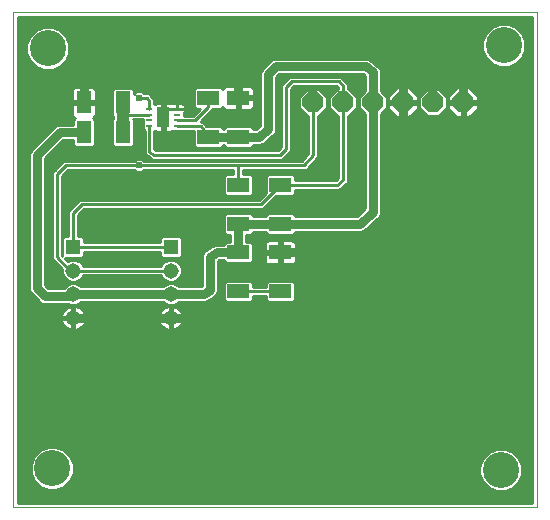
<source format=gtl>
G75*
%MOIN*%
%OFA0B0*%
%FSLAX25Y25*%
%IPPOS*%
%LPD*%
%AMOC8*
5,1,8,0,0,1.08239X$1,22.5*
%
%ADD10C,0.00100*%
%ADD11R,0.02165X0.00984*%
%ADD12R,0.03937X0.06693*%
%ADD13OC8,0.07000*%
%ADD14R,0.07500X0.05000*%
%ADD15R,0.05000X0.07500*%
%ADD16R,0.05150X0.05150*%
%ADD17C,0.05150*%
%ADD18C,0.12000*%
%ADD19C,0.01000*%
%ADD20C,0.03000*%
%ADD21C,0.01200*%
%ADD22OC8,0.02400*%
%ADD23C,0.02400*%
%ADD24C,0.04000*%
D10*
X0001500Y0003000D02*
X0176000Y0003000D01*
X0176000Y0168000D01*
X0001500Y0168000D01*
X0001500Y0003000D01*
D11*
X0046874Y0130047D03*
X0046874Y0132016D03*
X0046874Y0133984D03*
X0046874Y0135953D03*
X0056126Y0135953D03*
X0056126Y0133984D03*
X0056126Y0132016D03*
X0056126Y0130047D03*
D12*
X0051500Y0133000D03*
D13*
X0101500Y0138000D03*
X0111500Y0138000D03*
X0121500Y0138000D03*
X0131500Y0138000D03*
X0141500Y0138000D03*
X0151500Y0138000D03*
D14*
X0090500Y0110500D03*
X0090500Y0097500D03*
X0090500Y0088000D03*
X0090500Y0075000D03*
X0076500Y0075000D03*
X0076500Y0088000D03*
X0076500Y0097500D03*
X0076500Y0110500D03*
X0076500Y0126500D03*
X0066500Y0126500D03*
X0066500Y0139500D03*
X0076500Y0139500D03*
D15*
X0038000Y0138000D03*
X0038000Y0128000D03*
X0025000Y0128000D03*
X0025000Y0138000D03*
D16*
X0021500Y0089811D03*
X0054000Y0089811D03*
D17*
X0054000Y0081937D03*
X0054000Y0074063D03*
X0054000Y0066189D03*
X0021500Y0066189D03*
X0021500Y0074063D03*
X0021500Y0081937D03*
D18*
X0014500Y0016000D03*
X0013000Y0156000D03*
X0165000Y0157000D03*
X0164000Y0015500D03*
D19*
X0161071Y0021972D02*
X0018569Y0021972D01*
X0018522Y0022019D02*
X0015912Y0023100D01*
X0013088Y0023100D01*
X0010478Y0022019D01*
X0008481Y0020022D01*
X0007400Y0017412D01*
X0007400Y0014588D01*
X0008481Y0011978D01*
X0010478Y0009981D01*
X0013088Y0008900D01*
X0015912Y0008900D01*
X0018522Y0009981D01*
X0020519Y0011978D01*
X0021600Y0014588D01*
X0021600Y0017412D01*
X0020519Y0020022D01*
X0018522Y0022019D01*
X0019568Y0020973D02*
X0159432Y0020973D01*
X0159978Y0021519D02*
X0157981Y0019522D01*
X0156900Y0016912D01*
X0156900Y0014088D01*
X0157981Y0011478D01*
X0159978Y0009481D01*
X0162588Y0008400D01*
X0165412Y0008400D01*
X0168022Y0009481D01*
X0170019Y0011478D01*
X0171100Y0014088D01*
X0171100Y0016912D01*
X0170019Y0019522D01*
X0168022Y0021519D01*
X0165412Y0022600D01*
X0162588Y0022600D01*
X0159978Y0021519D01*
X0158434Y0019975D02*
X0020539Y0019975D01*
X0020952Y0018976D02*
X0157755Y0018976D01*
X0157341Y0017978D02*
X0021366Y0017978D01*
X0021600Y0016979D02*
X0156928Y0016979D01*
X0156900Y0015981D02*
X0021600Y0015981D01*
X0021600Y0014982D02*
X0156900Y0014982D01*
X0156943Y0013984D02*
X0021350Y0013984D01*
X0020936Y0012985D02*
X0157357Y0012985D01*
X0157770Y0011987D02*
X0020523Y0011987D01*
X0019529Y0010988D02*
X0158471Y0010988D01*
X0159469Y0009990D02*
X0018530Y0009990D01*
X0016132Y0008991D02*
X0161161Y0008991D01*
X0166839Y0008991D02*
X0174450Y0008991D01*
X0174450Y0007993D02*
X0003050Y0007993D01*
X0003050Y0008991D02*
X0012868Y0008991D01*
X0010469Y0009990D02*
X0003050Y0009990D01*
X0003050Y0010988D02*
X0009471Y0010988D01*
X0008477Y0011987D02*
X0003050Y0011987D01*
X0003050Y0012985D02*
X0008064Y0012985D01*
X0007650Y0013984D02*
X0003050Y0013984D01*
X0003050Y0014982D02*
X0007400Y0014982D01*
X0007400Y0015981D02*
X0003050Y0015981D01*
X0003050Y0016979D02*
X0007400Y0016979D01*
X0007634Y0017978D02*
X0003050Y0017978D01*
X0003050Y0018976D02*
X0008048Y0018976D01*
X0008461Y0019975D02*
X0003050Y0019975D01*
X0003050Y0020973D02*
X0009432Y0020973D01*
X0010431Y0021972D02*
X0003050Y0021972D01*
X0003050Y0022970D02*
X0012774Y0022970D01*
X0016226Y0022970D02*
X0174450Y0022970D01*
X0174450Y0021972D02*
X0166929Y0021972D01*
X0168568Y0020973D02*
X0174450Y0020973D01*
X0174450Y0019975D02*
X0169566Y0019975D01*
X0170245Y0018976D02*
X0174450Y0018976D01*
X0174450Y0017978D02*
X0170659Y0017978D01*
X0171072Y0016979D02*
X0174450Y0016979D01*
X0174450Y0015981D02*
X0171100Y0015981D01*
X0171100Y0014982D02*
X0174450Y0014982D01*
X0174450Y0013984D02*
X0171057Y0013984D01*
X0170643Y0012985D02*
X0174450Y0012985D01*
X0174450Y0011987D02*
X0170230Y0011987D01*
X0169529Y0010988D02*
X0174450Y0010988D01*
X0174450Y0009990D02*
X0168530Y0009990D01*
X0174450Y0006994D02*
X0003050Y0006994D01*
X0003050Y0005996D02*
X0174450Y0005996D01*
X0174450Y0004997D02*
X0003050Y0004997D01*
X0003050Y0004550D02*
X0003050Y0166450D01*
X0174450Y0166450D01*
X0174450Y0004550D01*
X0003050Y0004550D01*
X0003050Y0023969D02*
X0174450Y0023969D01*
X0174450Y0024967D02*
X0003050Y0024967D01*
X0003050Y0025966D02*
X0174450Y0025966D01*
X0174450Y0026964D02*
X0003050Y0026964D01*
X0003050Y0027963D02*
X0174450Y0027963D01*
X0174450Y0028961D02*
X0003050Y0028961D01*
X0003050Y0029960D02*
X0174450Y0029960D01*
X0174450Y0030958D02*
X0003050Y0030958D01*
X0003050Y0031957D02*
X0174450Y0031957D01*
X0174450Y0032955D02*
X0003050Y0032955D01*
X0003050Y0033954D02*
X0174450Y0033954D01*
X0174450Y0034952D02*
X0003050Y0034952D01*
X0003050Y0035951D02*
X0174450Y0035951D01*
X0174450Y0036949D02*
X0003050Y0036949D01*
X0003050Y0037948D02*
X0174450Y0037948D01*
X0174450Y0038946D02*
X0003050Y0038946D01*
X0003050Y0039945D02*
X0174450Y0039945D01*
X0174450Y0040943D02*
X0003050Y0040943D01*
X0003050Y0041942D02*
X0174450Y0041942D01*
X0174450Y0042940D02*
X0003050Y0042940D01*
X0003050Y0043939D02*
X0174450Y0043939D01*
X0174450Y0044937D02*
X0003050Y0044937D01*
X0003050Y0045936D02*
X0174450Y0045936D01*
X0174450Y0046934D02*
X0003050Y0046934D01*
X0003050Y0047933D02*
X0174450Y0047933D01*
X0174450Y0048932D02*
X0003050Y0048932D01*
X0003050Y0049930D02*
X0174450Y0049930D01*
X0174450Y0050929D02*
X0003050Y0050929D01*
X0003050Y0051927D02*
X0174450Y0051927D01*
X0174450Y0052926D02*
X0003050Y0052926D01*
X0003050Y0053924D02*
X0174450Y0053924D01*
X0174450Y0054923D02*
X0003050Y0054923D01*
X0003050Y0055921D02*
X0174450Y0055921D01*
X0174450Y0056920D02*
X0003050Y0056920D01*
X0003050Y0057918D02*
X0174450Y0057918D01*
X0174450Y0058917D02*
X0003050Y0058917D01*
X0003050Y0059915D02*
X0174450Y0059915D01*
X0174450Y0060914D02*
X0003050Y0060914D01*
X0003050Y0061912D02*
X0174450Y0061912D01*
X0174450Y0062911D02*
X0056420Y0062911D01*
X0056655Y0063081D02*
X0056136Y0062704D01*
X0055564Y0062413D01*
X0054954Y0062215D01*
X0054321Y0062114D01*
X0054287Y0062114D01*
X0054287Y0065901D01*
X0053713Y0065901D01*
X0053713Y0062114D01*
X0053679Y0062114D01*
X0053046Y0062215D01*
X0052436Y0062413D01*
X0051864Y0062704D01*
X0051345Y0063081D01*
X0050892Y0063534D01*
X0050515Y0064053D01*
X0050224Y0064625D01*
X0050026Y0065235D01*
X0049925Y0065868D01*
X0049925Y0065902D01*
X0053713Y0065902D01*
X0053713Y0066476D01*
X0049925Y0066476D01*
X0049925Y0066510D01*
X0050026Y0067143D01*
X0050224Y0067753D01*
X0050515Y0068325D01*
X0050892Y0068844D01*
X0051345Y0069297D01*
X0051864Y0069674D01*
X0052436Y0069965D01*
X0053046Y0070163D01*
X0053679Y0070264D01*
X0053713Y0070264D01*
X0053713Y0066476D01*
X0054287Y0066476D01*
X0054287Y0070264D01*
X0054321Y0070264D01*
X0054954Y0070163D01*
X0055564Y0069965D01*
X0056136Y0069674D01*
X0056655Y0069297D01*
X0057108Y0068844D01*
X0057485Y0068325D01*
X0057776Y0067753D01*
X0057974Y0067143D01*
X0058075Y0066510D01*
X0058075Y0066476D01*
X0054287Y0066476D01*
X0054287Y0065902D01*
X0058075Y0065902D01*
X0058075Y0065868D01*
X0057974Y0065235D01*
X0057776Y0064625D01*
X0057485Y0064053D01*
X0057108Y0063534D01*
X0056655Y0063081D01*
X0057380Y0063909D02*
X0174450Y0063909D01*
X0174450Y0064908D02*
X0057868Y0064908D01*
X0058012Y0066905D02*
X0174450Y0066905D01*
X0174450Y0067903D02*
X0057700Y0067903D01*
X0057050Y0068902D02*
X0174450Y0068902D01*
X0174450Y0069900D02*
X0055692Y0069900D01*
X0055964Y0070899D02*
X0174450Y0070899D01*
X0174450Y0071897D02*
X0095203Y0071897D01*
X0095350Y0072044D02*
X0095350Y0077956D01*
X0094706Y0078600D01*
X0086294Y0078600D01*
X0085650Y0077956D01*
X0085650Y0076600D01*
X0081350Y0076600D01*
X0081350Y0077956D01*
X0080706Y0078600D01*
X0072294Y0078600D01*
X0071650Y0077956D01*
X0071650Y0072044D01*
X0072294Y0071400D01*
X0080706Y0071400D01*
X0081350Y0072044D01*
X0081350Y0073400D01*
X0085650Y0073400D01*
X0085650Y0072044D01*
X0086294Y0071400D01*
X0094706Y0071400D01*
X0095350Y0072044D01*
X0095350Y0072896D02*
X0174450Y0072896D01*
X0174450Y0073894D02*
X0095350Y0073894D01*
X0095350Y0074893D02*
X0174450Y0074893D01*
X0174450Y0075891D02*
X0095350Y0075891D01*
X0095350Y0076890D02*
X0174450Y0076890D01*
X0174450Y0077888D02*
X0095350Y0077888D01*
X0090500Y0075000D02*
X0076500Y0075000D01*
X0081350Y0076890D02*
X0085650Y0076890D01*
X0085650Y0077888D02*
X0081350Y0077888D01*
X0081350Y0072896D02*
X0085650Y0072896D01*
X0085797Y0071897D02*
X0081203Y0071897D01*
X0071797Y0071897D02*
X0066574Y0071897D01*
X0066536Y0071859D02*
X0066766Y0072089D01*
X0068291Y0073221D01*
X0068473Y0073296D01*
X0068703Y0073526D01*
X0068964Y0073720D01*
X0069065Y0073888D01*
X0069204Y0074027D01*
X0069329Y0074328D01*
X0069496Y0074607D01*
X0069525Y0074801D01*
X0069600Y0074983D01*
X0069600Y0075308D01*
X0069648Y0075630D01*
X0069600Y0075821D01*
X0069600Y0085028D01*
X0070220Y0085400D01*
X0071650Y0085400D01*
X0071650Y0085044D01*
X0072294Y0084400D01*
X0080706Y0084400D01*
X0081350Y0085044D01*
X0081350Y0090956D01*
X0080706Y0091600D01*
X0079100Y0091600D01*
X0079100Y0093900D01*
X0080706Y0093900D01*
X0081350Y0094544D01*
X0081350Y0094900D01*
X0085650Y0094900D01*
X0085650Y0094544D01*
X0086294Y0093900D01*
X0094706Y0093900D01*
X0095350Y0094544D01*
X0095350Y0094900D01*
X0116924Y0094900D01*
X0117364Y0094874D01*
X0117438Y0094900D01*
X0117517Y0094900D01*
X0117924Y0095069D01*
X0118341Y0095213D01*
X0118400Y0095266D01*
X0118473Y0095296D01*
X0118784Y0095607D01*
X0122900Y0099266D01*
X0122973Y0099296D01*
X0123284Y0099607D01*
X0123614Y0099900D01*
X0123648Y0099971D01*
X0123704Y0100027D01*
X0123873Y0100434D01*
X0124065Y0100831D01*
X0124070Y0100910D01*
X0124100Y0100983D01*
X0124100Y0101424D01*
X0124126Y0101864D01*
X0124100Y0101938D01*
X0124100Y0134095D01*
X0126100Y0136095D01*
X0126100Y0139905D01*
X0124100Y0141905D01*
X0124100Y0147631D01*
X0124141Y0147773D01*
X0124100Y0148144D01*
X0124100Y0148517D01*
X0124043Y0148654D01*
X0124027Y0148801D01*
X0123847Y0149128D01*
X0123704Y0149473D01*
X0123599Y0149577D01*
X0123528Y0149707D01*
X0123237Y0149940D01*
X0122973Y0150204D01*
X0122836Y0150261D01*
X0120737Y0151940D01*
X0120473Y0152204D01*
X0120336Y0152261D01*
X0120220Y0152353D01*
X0119862Y0152457D01*
X0119517Y0152600D01*
X0119369Y0152600D01*
X0119227Y0152641D01*
X0118856Y0152600D01*
X0088483Y0152600D01*
X0087527Y0152204D01*
X0086796Y0151473D01*
X0084296Y0148973D01*
X0083900Y0148017D01*
X0083900Y0130218D01*
X0082559Y0129100D01*
X0081350Y0129100D01*
X0081350Y0129456D01*
X0080706Y0130100D01*
X0072294Y0130100D01*
X0071650Y0129456D01*
X0071650Y0129100D01*
X0071350Y0129100D01*
X0071350Y0129456D01*
X0070706Y0130100D01*
X0065885Y0130100D01*
X0065553Y0130562D01*
X0065553Y0130710D01*
X0065176Y0131086D01*
X0064866Y0131519D01*
X0064720Y0131543D01*
X0064615Y0131647D01*
X0064083Y0131647D01*
X0063934Y0131672D01*
X0067163Y0134900D01*
X0068100Y0135837D01*
X0068100Y0135900D01*
X0070706Y0135900D01*
X0071326Y0136520D01*
X0071352Y0136421D01*
X0071550Y0136079D01*
X0071829Y0135800D01*
X0072171Y0135602D01*
X0072553Y0135500D01*
X0076000Y0135500D01*
X0076000Y0139000D01*
X0077000Y0139000D01*
X0077000Y0140000D01*
X0076000Y0140000D01*
X0076000Y0143500D01*
X0072553Y0143500D01*
X0072171Y0143398D01*
X0071829Y0143200D01*
X0071550Y0142921D01*
X0071352Y0142579D01*
X0071326Y0142480D01*
X0070706Y0143100D01*
X0062294Y0143100D01*
X0061650Y0142456D01*
X0061650Y0136544D01*
X0062294Y0135900D01*
X0063637Y0135900D01*
X0061353Y0133616D01*
X0058309Y0133616D01*
X0058309Y0134439D01*
X0058409Y0134540D01*
X0058606Y0134882D01*
X0058709Y0135263D01*
X0058709Y0135953D01*
X0058709Y0136642D01*
X0058606Y0137024D01*
X0058409Y0137366D01*
X0058130Y0137645D01*
X0057788Y0137843D01*
X0057406Y0137945D01*
X0056126Y0137945D01*
X0056126Y0135953D01*
X0056126Y0135953D01*
X0056126Y0137945D01*
X0054846Y0137945D01*
X0054464Y0137843D01*
X0054171Y0137673D01*
X0054047Y0137744D01*
X0053666Y0137846D01*
X0051984Y0137846D01*
X0051984Y0133484D01*
X0051016Y0133484D01*
X0051016Y0137846D01*
X0049334Y0137846D01*
X0048953Y0137744D01*
X0048610Y0137547D01*
X0048510Y0137447D01*
X0048474Y0137483D01*
X0048474Y0139289D01*
X0047537Y0140226D01*
X0047537Y0140226D01*
X0046663Y0141100D01*
X0045153Y0141100D01*
X0044453Y0141800D01*
X0042547Y0141800D01*
X0041600Y0140853D01*
X0041600Y0142206D01*
X0040956Y0142850D01*
X0035044Y0142850D01*
X0034400Y0142206D01*
X0034400Y0133794D01*
X0034900Y0133294D01*
X0034900Y0132706D01*
X0034400Y0132206D01*
X0034400Y0123794D01*
X0035044Y0123150D01*
X0040956Y0123150D01*
X0041600Y0123794D01*
X0041600Y0132206D01*
X0041421Y0132384D01*
X0044691Y0132384D01*
X0044691Y0131068D01*
X0044728Y0131031D01*
X0044691Y0130995D01*
X0044691Y0129099D01*
X0045274Y0128517D01*
X0045274Y0122126D01*
X0045181Y0121992D01*
X0045274Y0121482D01*
X0045274Y0120963D01*
X0045389Y0120848D01*
X0045418Y0120688D01*
X0045845Y0120393D01*
X0046211Y0120026D01*
X0046374Y0120026D01*
X0047471Y0119267D01*
X0047837Y0118900D01*
X0048000Y0118900D01*
X0048134Y0118807D01*
X0048644Y0118900D01*
X0091163Y0118900D01*
X0093163Y0120900D01*
X0094100Y0121837D01*
X0094100Y0142337D01*
X0095163Y0143400D01*
X0109337Y0143400D01*
X0109900Y0142837D01*
X0109900Y0142600D01*
X0109595Y0142600D01*
X0106900Y0139905D01*
X0106900Y0136095D01*
X0109595Y0133400D01*
X0109900Y0133400D01*
X0109900Y0112800D01*
X0108967Y0112100D01*
X0095350Y0112100D01*
X0095350Y0113456D01*
X0094706Y0114100D01*
X0086294Y0114100D01*
X0085650Y0113456D01*
X0085650Y0107913D01*
X0083337Y0105600D01*
X0023837Y0105600D01*
X0022900Y0104663D01*
X0019900Y0101663D01*
X0019900Y0093486D01*
X0018470Y0093486D01*
X0017825Y0092841D01*
X0017825Y0086938D01*
X0017600Y0087163D01*
X0017600Y0113337D01*
X0019663Y0115400D01*
X0041847Y0115400D01*
X0042547Y0114700D01*
X0044453Y0114700D01*
X0045153Y0115400D01*
X0074900Y0115400D01*
X0074900Y0114100D01*
X0072294Y0114100D01*
X0071650Y0113456D01*
X0071650Y0107544D01*
X0072294Y0106900D01*
X0080706Y0106900D01*
X0081350Y0107544D01*
X0081350Y0113456D01*
X0080706Y0114100D01*
X0078100Y0114100D01*
X0078100Y0115400D01*
X0097908Y0115400D01*
X0097962Y0115354D01*
X0098561Y0115400D01*
X0099163Y0115400D01*
X0099213Y0115450D01*
X0099284Y0115456D01*
X0099675Y0115912D01*
X0100100Y0116337D01*
X0100100Y0116408D01*
X0102675Y0119412D01*
X0103100Y0119837D01*
X0103100Y0119908D01*
X0103146Y0119962D01*
X0103100Y0120561D01*
X0103100Y0133400D01*
X0103405Y0133400D01*
X0106100Y0136095D01*
X0106100Y0139905D01*
X0103405Y0142600D01*
X0099595Y0142600D01*
X0096900Y0139905D01*
X0096900Y0136095D01*
X0099595Y0133400D01*
X0099900Y0133400D01*
X0099900Y0121092D01*
X0097764Y0118600D01*
X0045153Y0118600D01*
X0044453Y0119300D01*
X0042547Y0119300D01*
X0041847Y0118600D01*
X0018337Y0118600D01*
X0017400Y0117663D01*
X0017400Y0117663D01*
X0015337Y0115600D01*
X0014400Y0114663D01*
X0014400Y0085837D01*
X0015337Y0084900D01*
X0017825Y0082412D01*
X0017825Y0081206D01*
X0018385Y0079855D01*
X0019418Y0078822D01*
X0020769Y0078262D01*
X0022231Y0078262D01*
X0023582Y0078822D01*
X0024615Y0079855D01*
X0024815Y0080337D01*
X0050685Y0080337D01*
X0050885Y0079855D01*
X0051918Y0078822D01*
X0053269Y0078262D01*
X0054731Y0078262D01*
X0056082Y0078822D01*
X0057115Y0079855D01*
X0057675Y0081206D01*
X0057675Y0082668D01*
X0057115Y0084019D01*
X0056082Y0085052D01*
X0054731Y0085612D01*
X0053269Y0085612D01*
X0051918Y0085052D01*
X0050885Y0084019D01*
X0050685Y0083537D01*
X0024815Y0083537D01*
X0024615Y0084019D01*
X0023582Y0085052D01*
X0022231Y0085612D01*
X0020769Y0085612D01*
X0019625Y0085138D01*
X0018626Y0086136D01*
X0024530Y0086136D01*
X0025175Y0086781D01*
X0025175Y0088211D01*
X0050325Y0088211D01*
X0050325Y0086781D01*
X0050970Y0086136D01*
X0057030Y0086136D01*
X0057675Y0086781D01*
X0057675Y0092841D01*
X0057030Y0093486D01*
X0050970Y0093486D01*
X0050325Y0092841D01*
X0050325Y0091411D01*
X0025175Y0091411D01*
X0025175Y0092841D01*
X0024530Y0093486D01*
X0023100Y0093486D01*
X0023100Y0100337D01*
X0025163Y0102400D01*
X0084663Y0102400D01*
X0089163Y0106900D01*
X0094706Y0106900D01*
X0095350Y0107544D01*
X0095350Y0108900D01*
X0109386Y0108900D01*
X0109930Y0108822D01*
X0110033Y0108900D01*
X0110163Y0108900D01*
X0110551Y0109288D01*
X0112033Y0110400D01*
X0112163Y0110400D01*
X0112551Y0110788D01*
X0112990Y0111118D01*
X0113008Y0111246D01*
X0113100Y0111337D01*
X0113100Y0111886D01*
X0113178Y0112430D01*
X0113100Y0112533D01*
X0113100Y0133400D01*
X0113405Y0133400D01*
X0116100Y0136095D01*
X0116100Y0139905D01*
X0113405Y0142600D01*
X0113100Y0142600D01*
X0113100Y0144163D01*
X0112163Y0145100D01*
X0110663Y0146600D01*
X0093837Y0146600D01*
X0092900Y0145663D01*
X0090900Y0143663D01*
X0090900Y0123163D01*
X0089837Y0122100D01*
X0049000Y0122100D01*
X0048474Y0122464D01*
X0048474Y0128517D01*
X0048510Y0128553D01*
X0048610Y0128453D01*
X0048953Y0128256D01*
X0049334Y0128154D01*
X0051016Y0128154D01*
X0051016Y0132516D01*
X0051984Y0132516D01*
X0051984Y0128154D01*
X0053666Y0128154D01*
X0054047Y0128256D01*
X0054390Y0128453D01*
X0054490Y0128553D01*
X0054588Y0128455D01*
X0055455Y0128455D01*
X0055463Y0128447D01*
X0061650Y0128447D01*
X0061650Y0123544D01*
X0062294Y0122900D01*
X0070706Y0122900D01*
X0071350Y0123544D01*
X0071350Y0123900D01*
X0071650Y0123900D01*
X0071650Y0123544D01*
X0072294Y0122900D01*
X0080706Y0122900D01*
X0081350Y0123544D01*
X0081350Y0123900D01*
X0083382Y0123900D01*
X0083780Y0123864D01*
X0083896Y0123900D01*
X0084017Y0123900D01*
X0084386Y0124053D01*
X0084767Y0124172D01*
X0084861Y0124249D01*
X0084973Y0124296D01*
X0085255Y0124578D01*
X0087861Y0126749D01*
X0087973Y0126796D01*
X0088255Y0127078D01*
X0088562Y0127334D01*
X0088618Y0127441D01*
X0088704Y0127527D01*
X0088857Y0127896D01*
X0089042Y0128250D01*
X0089053Y0128371D01*
X0089100Y0128483D01*
X0089100Y0128882D01*
X0089136Y0129280D01*
X0089100Y0129396D01*
X0089100Y0146423D01*
X0090077Y0147400D01*
X0118088Y0147400D01*
X0118900Y0146750D01*
X0118900Y0141905D01*
X0116900Y0139905D01*
X0116900Y0136095D01*
X0118900Y0134095D01*
X0118900Y0102668D01*
X0116011Y0100100D01*
X0095350Y0100100D01*
X0095350Y0100456D01*
X0094706Y0101100D01*
X0086294Y0101100D01*
X0085650Y0100456D01*
X0085650Y0100100D01*
X0081350Y0100100D01*
X0081350Y0100456D01*
X0080706Y0101100D01*
X0072294Y0101100D01*
X0071650Y0100456D01*
X0071650Y0094544D01*
X0072294Y0093900D01*
X0073900Y0093900D01*
X0073900Y0091600D01*
X0072294Y0091600D01*
X0071650Y0090956D01*
X0071650Y0090600D01*
X0069820Y0090600D01*
X0069629Y0090648D01*
X0069308Y0090600D01*
X0068983Y0090600D01*
X0068801Y0090525D01*
X0068606Y0090496D01*
X0068327Y0090328D01*
X0068027Y0090204D01*
X0067888Y0090065D01*
X0065827Y0088828D01*
X0065527Y0088704D01*
X0065388Y0088565D01*
X0065219Y0088463D01*
X0065025Y0088202D01*
X0064796Y0087973D01*
X0064720Y0087791D01*
X0064603Y0087632D01*
X0064524Y0087317D01*
X0064400Y0087017D01*
X0064400Y0086820D01*
X0064352Y0086629D01*
X0064400Y0086308D01*
X0064400Y0076808D01*
X0064204Y0076663D01*
X0056597Y0076663D01*
X0056082Y0077178D01*
X0054731Y0077738D01*
X0053269Y0077738D01*
X0051918Y0077178D01*
X0051403Y0076663D01*
X0024097Y0076663D01*
X0023582Y0077178D01*
X0022231Y0077738D01*
X0020769Y0077738D01*
X0019418Y0077178D01*
X0018385Y0076145D01*
X0018366Y0076100D01*
X0013077Y0076100D01*
X0012100Y0077077D01*
X0012100Y0119423D01*
X0018077Y0125400D01*
X0021400Y0125400D01*
X0021400Y0123794D01*
X0022044Y0123150D01*
X0027956Y0123150D01*
X0028600Y0123794D01*
X0028600Y0132206D01*
X0027980Y0132826D01*
X0028079Y0132852D01*
X0028421Y0133050D01*
X0028700Y0133329D01*
X0028898Y0133671D01*
X0029000Y0134053D01*
X0029000Y0137500D01*
X0025500Y0137500D01*
X0025500Y0138500D01*
X0024500Y0138500D01*
X0024500Y0143250D01*
X0022303Y0143250D01*
X0021921Y0143148D01*
X0021579Y0142950D01*
X0021300Y0142671D01*
X0021102Y0142329D01*
X0021000Y0141947D01*
X0021000Y0138500D01*
X0024500Y0138500D01*
X0024500Y0137500D01*
X0021000Y0137500D01*
X0021000Y0134053D01*
X0021102Y0133671D01*
X0021300Y0133329D01*
X0021579Y0133050D01*
X0021921Y0132852D01*
X0022020Y0132826D01*
X0021400Y0132206D01*
X0021400Y0130600D01*
X0016483Y0130600D01*
X0015527Y0130204D01*
X0008027Y0122704D01*
X0007296Y0121973D01*
X0006900Y0121017D01*
X0006900Y0075483D01*
X0007296Y0074527D01*
X0009796Y0072027D01*
X0010527Y0071296D01*
X0011483Y0070900D01*
X0019533Y0070900D01*
X0020769Y0070388D01*
X0022231Y0070388D01*
X0023582Y0070948D01*
X0024097Y0071463D01*
X0051403Y0071463D01*
X0051918Y0070948D01*
X0053269Y0070388D01*
X0054731Y0070388D01*
X0056082Y0070948D01*
X0056597Y0071463D01*
X0064871Y0071463D01*
X0065193Y0071415D01*
X0065384Y0071463D01*
X0065580Y0071463D01*
X0065881Y0071588D01*
X0066197Y0071667D01*
X0066354Y0071784D01*
X0066536Y0071859D01*
X0067853Y0072896D02*
X0071650Y0072896D01*
X0071650Y0073894D02*
X0069071Y0073894D01*
X0069563Y0074893D02*
X0071650Y0074893D01*
X0071650Y0075891D02*
X0069600Y0075891D01*
X0069600Y0076890D02*
X0071650Y0076890D01*
X0071650Y0077888D02*
X0069600Y0077888D01*
X0069600Y0078887D02*
X0174450Y0078887D01*
X0174450Y0079885D02*
X0069600Y0079885D01*
X0069600Y0080884D02*
X0174450Y0080884D01*
X0174450Y0081882D02*
X0069600Y0081882D01*
X0069600Y0082881D02*
X0174450Y0082881D01*
X0174450Y0083879D02*
X0069600Y0083879D01*
X0069600Y0084878D02*
X0071816Y0084878D01*
X0067564Y0089870D02*
X0057675Y0089870D01*
X0057675Y0088872D02*
X0065900Y0088872D01*
X0064755Y0087873D02*
X0057675Y0087873D01*
X0057675Y0086875D02*
X0064400Y0086875D01*
X0064400Y0085876D02*
X0018886Y0085876D01*
X0017825Y0087873D02*
X0017600Y0087873D01*
X0017600Y0088872D02*
X0017825Y0088872D01*
X0017825Y0089870D02*
X0017600Y0089870D01*
X0017600Y0090869D02*
X0017825Y0090869D01*
X0017825Y0091868D02*
X0017600Y0091868D01*
X0017600Y0092866D02*
X0017850Y0092866D01*
X0017600Y0093865D02*
X0019900Y0093865D01*
X0019900Y0094863D02*
X0017600Y0094863D01*
X0017600Y0095862D02*
X0019900Y0095862D01*
X0019900Y0096860D02*
X0017600Y0096860D01*
X0017600Y0097859D02*
X0019900Y0097859D01*
X0019900Y0098857D02*
X0017600Y0098857D01*
X0017600Y0099856D02*
X0019900Y0099856D01*
X0019900Y0100854D02*
X0017600Y0100854D01*
X0017600Y0101853D02*
X0020090Y0101853D01*
X0021088Y0102851D02*
X0017600Y0102851D01*
X0017600Y0103850D02*
X0022087Y0103850D01*
X0023085Y0104848D02*
X0017600Y0104848D01*
X0017600Y0105847D02*
X0083584Y0105847D01*
X0084582Y0106845D02*
X0017600Y0106845D01*
X0017600Y0107844D02*
X0071650Y0107844D01*
X0071650Y0108842D02*
X0017600Y0108842D01*
X0017600Y0109841D02*
X0071650Y0109841D01*
X0071650Y0110839D02*
X0017600Y0110839D01*
X0017600Y0111838D02*
X0071650Y0111838D01*
X0071650Y0112836D02*
X0017600Y0112836D01*
X0018097Y0113835D02*
X0072029Y0113835D01*
X0074900Y0114833D02*
X0044586Y0114833D01*
X0043500Y0117000D02*
X0076500Y0117000D01*
X0076500Y0110500D01*
X0081350Y0110839D02*
X0085650Y0110839D01*
X0085650Y0109841D02*
X0081350Y0109841D01*
X0081350Y0108842D02*
X0085650Y0108842D01*
X0085581Y0107844D02*
X0081350Y0107844D01*
X0081350Y0111838D02*
X0085650Y0111838D01*
X0085650Y0112836D02*
X0081350Y0112836D01*
X0080971Y0113835D02*
X0086029Y0113835D01*
X0090500Y0110500D02*
X0109500Y0110500D01*
X0111500Y0112000D01*
X0111500Y0138000D01*
X0111500Y0143500D01*
X0110000Y0145000D01*
X0094500Y0145000D01*
X0092500Y0143000D01*
X0092500Y0122500D01*
X0090500Y0120500D01*
X0048500Y0120500D01*
X0046874Y0121626D01*
X0046874Y0130047D01*
X0044691Y0129811D02*
X0041600Y0129811D01*
X0041600Y0130809D02*
X0044691Y0130809D01*
X0044691Y0131808D02*
X0041600Y0131808D01*
X0041600Y0128812D02*
X0044978Y0128812D01*
X0045274Y0127814D02*
X0041600Y0127814D01*
X0041600Y0126815D02*
X0045274Y0126815D01*
X0045274Y0125817D02*
X0041600Y0125817D01*
X0041600Y0124818D02*
X0045274Y0124818D01*
X0045274Y0123820D02*
X0041600Y0123820D01*
X0045274Y0122821D02*
X0015498Y0122821D01*
X0014500Y0121823D02*
X0045212Y0121823D01*
X0045393Y0120824D02*
X0013501Y0120824D01*
X0012503Y0119826D02*
X0046663Y0119826D01*
X0048105Y0118827D02*
X0044925Y0118827D01*
X0043500Y0117000D02*
X0019000Y0117000D01*
X0016000Y0114000D01*
X0016000Y0086500D01*
X0020563Y0081937D01*
X0021500Y0081937D01*
X0054000Y0081937D01*
X0056256Y0084878D02*
X0064400Y0084878D01*
X0064400Y0083879D02*
X0057173Y0083879D01*
X0057587Y0082881D02*
X0064400Y0082881D01*
X0064400Y0081882D02*
X0057675Y0081882D01*
X0057541Y0080884D02*
X0064400Y0080884D01*
X0064400Y0079885D02*
X0057128Y0079885D01*
X0056147Y0078887D02*
X0064400Y0078887D01*
X0064400Y0077888D02*
X0012100Y0077888D01*
X0012100Y0078887D02*
X0019353Y0078887D01*
X0018372Y0079885D02*
X0012100Y0079885D01*
X0012100Y0080884D02*
X0017959Y0080884D01*
X0017825Y0081882D02*
X0012100Y0081882D01*
X0012100Y0082881D02*
X0017356Y0082881D01*
X0016358Y0083879D02*
X0012100Y0083879D01*
X0012100Y0084878D02*
X0015359Y0084878D01*
X0014400Y0085876D02*
X0012100Y0085876D01*
X0012100Y0086875D02*
X0014400Y0086875D01*
X0014400Y0087873D02*
X0012100Y0087873D01*
X0012100Y0088872D02*
X0014400Y0088872D01*
X0014400Y0089870D02*
X0012100Y0089870D01*
X0012100Y0090869D02*
X0014400Y0090869D01*
X0014400Y0091868D02*
X0012100Y0091868D01*
X0012100Y0092866D02*
X0014400Y0092866D01*
X0014400Y0093865D02*
X0012100Y0093865D01*
X0012100Y0094863D02*
X0014400Y0094863D01*
X0014400Y0095862D02*
X0012100Y0095862D01*
X0012100Y0096860D02*
X0014400Y0096860D01*
X0014400Y0097859D02*
X0012100Y0097859D01*
X0012100Y0098857D02*
X0014400Y0098857D01*
X0014400Y0099856D02*
X0012100Y0099856D01*
X0012100Y0100854D02*
X0014400Y0100854D01*
X0014400Y0101853D02*
X0012100Y0101853D01*
X0012100Y0102851D02*
X0014400Y0102851D01*
X0014400Y0103850D02*
X0012100Y0103850D01*
X0012100Y0104848D02*
X0014400Y0104848D01*
X0014400Y0105847D02*
X0012100Y0105847D01*
X0012100Y0106845D02*
X0014400Y0106845D01*
X0014400Y0107844D02*
X0012100Y0107844D01*
X0012100Y0108842D02*
X0014400Y0108842D01*
X0014400Y0109841D02*
X0012100Y0109841D01*
X0012100Y0110839D02*
X0014400Y0110839D01*
X0014400Y0111838D02*
X0012100Y0111838D01*
X0012100Y0112836D02*
X0014400Y0112836D01*
X0014400Y0113835D02*
X0012100Y0113835D01*
X0012100Y0114833D02*
X0014571Y0114833D01*
X0015337Y0115600D02*
X0015337Y0115600D01*
X0015569Y0115832D02*
X0012100Y0115832D01*
X0012100Y0116830D02*
X0016568Y0116830D01*
X0017566Y0117829D02*
X0012100Y0117829D01*
X0012100Y0118827D02*
X0042075Y0118827D01*
X0042414Y0114833D02*
X0019096Y0114833D01*
X0021400Y0123820D02*
X0016497Y0123820D01*
X0017495Y0124818D02*
X0021400Y0124818D01*
X0021400Y0130809D02*
X0003050Y0130809D01*
X0003050Y0129811D02*
X0015134Y0129811D01*
X0014135Y0128812D02*
X0003050Y0128812D01*
X0003050Y0127814D02*
X0013137Y0127814D01*
X0012138Y0126815D02*
X0003050Y0126815D01*
X0003050Y0125817D02*
X0011140Y0125817D01*
X0010141Y0124818D02*
X0003050Y0124818D01*
X0003050Y0123820D02*
X0009143Y0123820D01*
X0008144Y0122821D02*
X0003050Y0122821D01*
X0003050Y0121823D02*
X0007234Y0121823D01*
X0006900Y0120824D02*
X0003050Y0120824D01*
X0003050Y0119826D02*
X0006900Y0119826D01*
X0006900Y0118827D02*
X0003050Y0118827D01*
X0003050Y0117829D02*
X0006900Y0117829D01*
X0006900Y0116830D02*
X0003050Y0116830D01*
X0003050Y0115832D02*
X0006900Y0115832D01*
X0006900Y0114833D02*
X0003050Y0114833D01*
X0003050Y0113835D02*
X0006900Y0113835D01*
X0006900Y0112836D02*
X0003050Y0112836D01*
X0003050Y0111838D02*
X0006900Y0111838D01*
X0006900Y0110839D02*
X0003050Y0110839D01*
X0003050Y0109841D02*
X0006900Y0109841D01*
X0006900Y0108842D02*
X0003050Y0108842D01*
X0003050Y0107844D02*
X0006900Y0107844D01*
X0006900Y0106845D02*
X0003050Y0106845D01*
X0003050Y0105847D02*
X0006900Y0105847D01*
X0006900Y0104848D02*
X0003050Y0104848D01*
X0003050Y0103850D02*
X0006900Y0103850D01*
X0006900Y0102851D02*
X0003050Y0102851D01*
X0003050Y0101853D02*
X0006900Y0101853D01*
X0006900Y0100854D02*
X0003050Y0100854D01*
X0003050Y0099856D02*
X0006900Y0099856D01*
X0006900Y0098857D02*
X0003050Y0098857D01*
X0003050Y0097859D02*
X0006900Y0097859D01*
X0006900Y0096860D02*
X0003050Y0096860D01*
X0003050Y0095862D02*
X0006900Y0095862D01*
X0006900Y0094863D02*
X0003050Y0094863D01*
X0003050Y0093865D02*
X0006900Y0093865D01*
X0006900Y0092866D02*
X0003050Y0092866D01*
X0003050Y0091868D02*
X0006900Y0091868D01*
X0006900Y0090869D02*
X0003050Y0090869D01*
X0003050Y0089870D02*
X0006900Y0089870D01*
X0006900Y0088872D02*
X0003050Y0088872D01*
X0003050Y0087873D02*
X0006900Y0087873D01*
X0006900Y0086875D02*
X0003050Y0086875D01*
X0003050Y0085876D02*
X0006900Y0085876D01*
X0006900Y0084878D02*
X0003050Y0084878D01*
X0003050Y0083879D02*
X0006900Y0083879D01*
X0006900Y0082881D02*
X0003050Y0082881D01*
X0003050Y0081882D02*
X0006900Y0081882D01*
X0006900Y0080884D02*
X0003050Y0080884D01*
X0003050Y0079885D02*
X0006900Y0079885D01*
X0006900Y0078887D02*
X0003050Y0078887D01*
X0003050Y0077888D02*
X0006900Y0077888D01*
X0006900Y0076890D02*
X0003050Y0076890D01*
X0003050Y0075891D02*
X0006900Y0075891D01*
X0007144Y0074893D02*
X0003050Y0074893D01*
X0003050Y0073894D02*
X0007929Y0073894D01*
X0008927Y0072896D02*
X0003050Y0072896D01*
X0003050Y0071897D02*
X0009926Y0071897D01*
X0012287Y0076890D02*
X0019130Y0076890D01*
X0023870Y0076890D02*
X0051630Y0076890D01*
X0051853Y0078887D02*
X0023647Y0078887D01*
X0024628Y0079885D02*
X0050872Y0079885D01*
X0050827Y0083879D02*
X0024673Y0083879D01*
X0023756Y0084878D02*
X0051744Y0084878D01*
X0050325Y0086875D02*
X0025175Y0086875D01*
X0025175Y0087873D02*
X0050325Y0087873D01*
X0050325Y0091868D02*
X0025175Y0091868D01*
X0025150Y0092866D02*
X0050350Y0092866D01*
X0054000Y0089811D02*
X0021500Y0089811D01*
X0021500Y0101000D01*
X0024500Y0104000D01*
X0084000Y0104000D01*
X0090500Y0110500D01*
X0089108Y0106845D02*
X0118900Y0106845D01*
X0118900Y0105847D02*
X0088109Y0105847D01*
X0087111Y0104848D02*
X0118900Y0104848D01*
X0118900Y0103850D02*
X0086112Y0103850D01*
X0085114Y0102851D02*
X0118900Y0102851D01*
X0117983Y0101853D02*
X0024615Y0101853D01*
X0023617Y0100854D02*
X0072048Y0100854D01*
X0071650Y0099856D02*
X0023100Y0099856D01*
X0023100Y0098857D02*
X0071650Y0098857D01*
X0071650Y0097859D02*
X0023100Y0097859D01*
X0023100Y0096860D02*
X0071650Y0096860D01*
X0071650Y0095862D02*
X0023100Y0095862D01*
X0023100Y0094863D02*
X0071650Y0094863D01*
X0073900Y0093865D02*
X0023100Y0093865D01*
X0023464Y0070899D02*
X0052036Y0070899D01*
X0052308Y0069900D02*
X0023192Y0069900D01*
X0023064Y0069965D02*
X0023636Y0069674D01*
X0024155Y0069297D01*
X0024608Y0068844D01*
X0024985Y0068325D01*
X0025276Y0067753D01*
X0025474Y0067143D01*
X0025575Y0066510D01*
X0025575Y0066476D01*
X0021787Y0066476D01*
X0021213Y0066476D01*
X0021213Y0065902D01*
X0017425Y0065902D01*
X0017425Y0065868D01*
X0017526Y0065235D01*
X0017724Y0064625D01*
X0018015Y0064053D01*
X0018392Y0063534D01*
X0018845Y0063081D01*
X0019364Y0062704D01*
X0019936Y0062413D01*
X0020546Y0062215D01*
X0021179Y0062114D01*
X0021213Y0062114D01*
X0021213Y0065901D01*
X0021787Y0065901D01*
X0021787Y0062114D01*
X0021821Y0062114D01*
X0022454Y0062215D01*
X0023064Y0062413D01*
X0023636Y0062704D01*
X0024155Y0063081D01*
X0024608Y0063534D01*
X0024985Y0064053D01*
X0025276Y0064625D01*
X0025474Y0065235D01*
X0025575Y0065868D01*
X0025575Y0065902D01*
X0021787Y0065902D01*
X0021787Y0066476D01*
X0021787Y0070264D01*
X0021821Y0070264D01*
X0022454Y0070163D01*
X0023064Y0069965D01*
X0021787Y0069900D02*
X0021213Y0069900D01*
X0021213Y0070264D02*
X0021179Y0070264D01*
X0020546Y0070163D01*
X0019936Y0069965D01*
X0019364Y0069674D01*
X0018845Y0069297D01*
X0018392Y0068844D01*
X0018015Y0068325D01*
X0017724Y0067753D01*
X0017526Y0067143D01*
X0017425Y0066510D01*
X0017425Y0066476D01*
X0021213Y0066476D01*
X0021213Y0070264D01*
X0021213Y0068902D02*
X0021787Y0068902D01*
X0021787Y0067903D02*
X0021213Y0067903D01*
X0021213Y0066905D02*
X0021787Y0066905D01*
X0021787Y0065906D02*
X0053713Y0065906D01*
X0054287Y0065906D02*
X0174450Y0065906D01*
X0174450Y0084878D02*
X0095623Y0084878D01*
X0095648Y0084921D02*
X0095750Y0085303D01*
X0095750Y0087500D01*
X0091000Y0087500D01*
X0091000Y0088500D01*
X0090000Y0088500D01*
X0090000Y0092000D01*
X0086553Y0092000D01*
X0086171Y0091898D01*
X0085829Y0091700D01*
X0085550Y0091421D01*
X0085352Y0091079D01*
X0085250Y0090697D01*
X0085250Y0088500D01*
X0090000Y0088500D01*
X0090000Y0087500D01*
X0091000Y0087500D01*
X0091000Y0084000D01*
X0094447Y0084000D01*
X0094829Y0084102D01*
X0095171Y0084300D01*
X0095450Y0084579D01*
X0095648Y0084921D01*
X0095750Y0085876D02*
X0174450Y0085876D01*
X0174450Y0086875D02*
X0095750Y0086875D01*
X0095750Y0088500D02*
X0095750Y0090697D01*
X0095648Y0091079D01*
X0095450Y0091421D01*
X0095171Y0091700D01*
X0094829Y0091898D01*
X0094447Y0092000D01*
X0091000Y0092000D01*
X0091000Y0088500D01*
X0095750Y0088500D01*
X0095750Y0088872D02*
X0174450Y0088872D01*
X0174450Y0089870D02*
X0095750Y0089870D01*
X0095704Y0090869D02*
X0174450Y0090869D01*
X0174450Y0091868D02*
X0094881Y0091868D01*
X0095350Y0094863D02*
X0174450Y0094863D01*
X0174450Y0093865D02*
X0079100Y0093865D01*
X0079100Y0092866D02*
X0174450Y0092866D01*
X0174450Y0095862D02*
X0119070Y0095862D01*
X0120194Y0096860D02*
X0174450Y0096860D01*
X0174450Y0097859D02*
X0121317Y0097859D01*
X0122440Y0098857D02*
X0174450Y0098857D01*
X0174450Y0099856D02*
X0123564Y0099856D01*
X0124066Y0100854D02*
X0174450Y0100854D01*
X0174450Y0101853D02*
X0124125Y0101853D01*
X0124100Y0102851D02*
X0174450Y0102851D01*
X0174450Y0103850D02*
X0124100Y0103850D01*
X0124100Y0104848D02*
X0174450Y0104848D01*
X0174450Y0105847D02*
X0124100Y0105847D01*
X0124100Y0106845D02*
X0174450Y0106845D01*
X0174450Y0107844D02*
X0124100Y0107844D01*
X0124100Y0108842D02*
X0174450Y0108842D01*
X0174450Y0109841D02*
X0124100Y0109841D01*
X0124100Y0110839D02*
X0174450Y0110839D01*
X0174450Y0111838D02*
X0124100Y0111838D01*
X0124100Y0112836D02*
X0174450Y0112836D01*
X0174450Y0113835D02*
X0124100Y0113835D01*
X0124100Y0114833D02*
X0174450Y0114833D01*
X0174450Y0115832D02*
X0124100Y0115832D01*
X0124100Y0116830D02*
X0174450Y0116830D01*
X0174450Y0117829D02*
X0124100Y0117829D01*
X0124100Y0118827D02*
X0174450Y0118827D01*
X0174450Y0119826D02*
X0124100Y0119826D01*
X0124100Y0120824D02*
X0174450Y0120824D01*
X0174450Y0121823D02*
X0124100Y0121823D01*
X0124100Y0122821D02*
X0174450Y0122821D01*
X0174450Y0123820D02*
X0124100Y0123820D01*
X0124100Y0124818D02*
X0174450Y0124818D01*
X0174450Y0125817D02*
X0124100Y0125817D01*
X0124100Y0126815D02*
X0174450Y0126815D01*
X0174450Y0127814D02*
X0124100Y0127814D01*
X0124100Y0128812D02*
X0174450Y0128812D01*
X0174450Y0129811D02*
X0124100Y0129811D01*
X0124100Y0130809D02*
X0174450Y0130809D01*
X0174450Y0131808D02*
X0124100Y0131808D01*
X0124100Y0132806D02*
X0174450Y0132806D01*
X0174450Y0133805D02*
X0154376Y0133805D01*
X0153571Y0133000D02*
X0156500Y0135929D01*
X0156500Y0137500D01*
X0152000Y0137500D01*
X0152000Y0138500D01*
X0156500Y0138500D01*
X0156500Y0140071D01*
X0153571Y0143000D01*
X0152000Y0143000D01*
X0152000Y0138500D01*
X0151000Y0138500D01*
X0151000Y0143000D01*
X0149429Y0143000D01*
X0146500Y0140071D01*
X0146500Y0138500D01*
X0151000Y0138500D01*
X0151000Y0137500D01*
X0152000Y0137500D01*
X0152000Y0133000D01*
X0153571Y0133000D01*
X0152000Y0133805D02*
X0151000Y0133805D01*
X0151000Y0133000D02*
X0151000Y0137500D01*
X0146500Y0137500D01*
X0146500Y0135929D01*
X0149429Y0133000D01*
X0151000Y0133000D01*
X0151000Y0134803D02*
X0152000Y0134803D01*
X0152000Y0135802D02*
X0151000Y0135802D01*
X0151000Y0136801D02*
X0152000Y0136801D01*
X0152000Y0137799D02*
X0174450Y0137799D01*
X0174450Y0136801D02*
X0156500Y0136801D01*
X0156373Y0135802D02*
X0174450Y0135802D01*
X0174450Y0134803D02*
X0155375Y0134803D01*
X0156500Y0138798D02*
X0174450Y0138798D01*
X0174450Y0139796D02*
X0156500Y0139796D01*
X0155776Y0140795D02*
X0174450Y0140795D01*
X0174450Y0141793D02*
X0154778Y0141793D01*
X0153779Y0142792D02*
X0174450Y0142792D01*
X0174450Y0143790D02*
X0124100Y0143790D01*
X0124100Y0142792D02*
X0129221Y0142792D01*
X0129429Y0143000D02*
X0126500Y0140071D01*
X0126500Y0138500D01*
X0131000Y0138500D01*
X0131000Y0143000D01*
X0129429Y0143000D01*
X0131000Y0142792D02*
X0132000Y0142792D01*
X0132000Y0143000D02*
X0133571Y0143000D01*
X0136500Y0140071D01*
X0136500Y0138500D01*
X0132000Y0138500D01*
X0132000Y0137500D01*
X0136500Y0137500D01*
X0136500Y0135929D01*
X0133571Y0133000D01*
X0132000Y0133000D01*
X0132000Y0137500D01*
X0131000Y0137500D01*
X0131000Y0133000D01*
X0129429Y0133000D01*
X0126500Y0135929D01*
X0126500Y0137500D01*
X0131000Y0137500D01*
X0131000Y0138500D01*
X0132000Y0138500D01*
X0132000Y0143000D01*
X0132000Y0141793D02*
X0131000Y0141793D01*
X0131000Y0140795D02*
X0132000Y0140795D01*
X0132000Y0139796D02*
X0131000Y0139796D01*
X0131000Y0138798D02*
X0132000Y0138798D01*
X0132000Y0137799D02*
X0136900Y0137799D01*
X0136900Y0136801D02*
X0136500Y0136801D01*
X0136900Y0136095D02*
X0139595Y0133400D01*
X0143405Y0133400D01*
X0146100Y0136095D01*
X0146100Y0139905D01*
X0143405Y0142600D01*
X0139595Y0142600D01*
X0136900Y0139905D01*
X0136900Y0136095D01*
X0137193Y0135802D02*
X0136373Y0135802D01*
X0135375Y0134803D02*
X0138191Y0134803D01*
X0139190Y0133805D02*
X0134376Y0133805D01*
X0132000Y0133805D02*
X0131000Y0133805D01*
X0131000Y0134803D02*
X0132000Y0134803D01*
X0132000Y0135802D02*
X0131000Y0135802D01*
X0131000Y0136801D02*
X0132000Y0136801D01*
X0131000Y0137799D02*
X0126100Y0137799D01*
X0126100Y0136801D02*
X0126500Y0136801D01*
X0126627Y0135802D02*
X0125807Y0135802D01*
X0124809Y0134803D02*
X0127625Y0134803D01*
X0128624Y0133805D02*
X0124100Y0133805D01*
X0118900Y0133805D02*
X0113810Y0133805D01*
X0113100Y0132806D02*
X0118900Y0132806D01*
X0118900Y0131808D02*
X0113100Y0131808D01*
X0113100Y0130809D02*
X0118900Y0130809D01*
X0118900Y0129811D02*
X0113100Y0129811D01*
X0113100Y0128812D02*
X0118900Y0128812D01*
X0118900Y0127814D02*
X0113100Y0127814D01*
X0113100Y0126815D02*
X0118900Y0126815D01*
X0118900Y0125817D02*
X0113100Y0125817D01*
X0113100Y0124818D02*
X0118900Y0124818D01*
X0118900Y0123820D02*
X0113100Y0123820D01*
X0113100Y0122821D02*
X0118900Y0122821D01*
X0118900Y0121823D02*
X0113100Y0121823D01*
X0113100Y0120824D02*
X0118900Y0120824D01*
X0118900Y0119826D02*
X0113100Y0119826D01*
X0113100Y0118827D02*
X0118900Y0118827D01*
X0118900Y0117829D02*
X0113100Y0117829D01*
X0113100Y0116830D02*
X0118900Y0116830D01*
X0118900Y0115832D02*
X0113100Y0115832D01*
X0113100Y0114833D02*
X0118900Y0114833D01*
X0118900Y0113835D02*
X0113100Y0113835D01*
X0113100Y0112836D02*
X0118900Y0112836D01*
X0118900Y0111838D02*
X0113100Y0111838D01*
X0112619Y0110839D02*
X0118900Y0110839D01*
X0118900Y0109841D02*
X0111288Y0109841D01*
X0109956Y0108842D02*
X0118900Y0108842D01*
X0118900Y0107844D02*
X0095350Y0107844D01*
X0095350Y0108842D02*
X0109791Y0108842D01*
X0109900Y0112836D02*
X0095350Y0112836D01*
X0094971Y0113835D02*
X0109900Y0113835D01*
X0109900Y0114833D02*
X0078100Y0114833D01*
X0076500Y0117000D02*
X0098500Y0117000D01*
X0101500Y0120500D01*
X0101500Y0138000D01*
X0104809Y0134803D02*
X0108191Y0134803D01*
X0109190Y0133805D02*
X0103810Y0133805D01*
X0103100Y0132806D02*
X0109900Y0132806D01*
X0109900Y0131808D02*
X0103100Y0131808D01*
X0103100Y0130809D02*
X0109900Y0130809D01*
X0109900Y0129811D02*
X0103100Y0129811D01*
X0103100Y0128812D02*
X0109900Y0128812D01*
X0109900Y0127814D02*
X0103100Y0127814D01*
X0103100Y0126815D02*
X0109900Y0126815D01*
X0109900Y0125817D02*
X0103100Y0125817D01*
X0103100Y0124818D02*
X0109900Y0124818D01*
X0109900Y0123820D02*
X0103100Y0123820D01*
X0103100Y0122821D02*
X0109900Y0122821D01*
X0109900Y0121823D02*
X0103100Y0121823D01*
X0103100Y0120824D02*
X0109900Y0120824D01*
X0109900Y0119826D02*
X0103089Y0119826D01*
X0102174Y0118827D02*
X0109900Y0118827D01*
X0109900Y0117829D02*
X0101318Y0117829D01*
X0100462Y0116830D02*
X0109900Y0116830D01*
X0109900Y0115832D02*
X0099606Y0115832D01*
X0097959Y0118827D02*
X0048244Y0118827D01*
X0048474Y0122821D02*
X0090559Y0122821D01*
X0090900Y0123820D02*
X0081350Y0123820D01*
X0076500Y0126500D02*
X0075500Y0126500D01*
X0071650Y0123820D02*
X0071350Y0123820D01*
X0066500Y0126500D02*
X0063953Y0130047D01*
X0056126Y0130047D01*
X0056126Y0132016D02*
X0062016Y0132016D01*
X0066500Y0136500D01*
X0066500Y0139500D01*
X0068065Y0135802D02*
X0071827Y0135802D01*
X0076000Y0135802D02*
X0077000Y0135802D01*
X0077000Y0135500D02*
X0080447Y0135500D01*
X0080829Y0135602D01*
X0081171Y0135800D01*
X0081450Y0136079D01*
X0081648Y0136421D01*
X0081750Y0136803D01*
X0081750Y0139000D01*
X0077000Y0139000D01*
X0077000Y0135500D01*
X0077000Y0136801D02*
X0076000Y0136801D01*
X0076000Y0137799D02*
X0077000Y0137799D01*
X0077000Y0138798D02*
X0076000Y0138798D01*
X0077000Y0139796D02*
X0083900Y0139796D01*
X0083900Y0138798D02*
X0081750Y0138798D01*
X0081750Y0137799D02*
X0083900Y0137799D01*
X0083900Y0136801D02*
X0081749Y0136801D01*
X0081173Y0135802D02*
X0083900Y0135802D01*
X0083900Y0134803D02*
X0067066Y0134803D01*
X0066068Y0133805D02*
X0083900Y0133805D01*
X0083900Y0132806D02*
X0065069Y0132806D01*
X0064071Y0131808D02*
X0083900Y0131808D01*
X0083900Y0130809D02*
X0065453Y0130809D01*
X0061650Y0127814D02*
X0048474Y0127814D01*
X0048474Y0126815D02*
X0061650Y0126815D01*
X0061650Y0125817D02*
X0048474Y0125817D01*
X0048474Y0124818D02*
X0061650Y0124818D01*
X0061650Y0123820D02*
X0048474Y0123820D01*
X0051016Y0128812D02*
X0051984Y0128812D01*
X0051984Y0129811D02*
X0051016Y0129811D01*
X0051016Y0130809D02*
X0051984Y0130809D01*
X0051984Y0131808D02*
X0051016Y0131808D01*
X0051016Y0133805D02*
X0051984Y0133805D01*
X0051984Y0134803D02*
X0051016Y0134803D01*
X0051500Y0135500D02*
X0051953Y0135953D01*
X0056126Y0135953D01*
X0058709Y0135953D01*
X0056126Y0135953D01*
X0056126Y0135953D01*
X0056126Y0149874D01*
X0061986Y0142792D02*
X0041014Y0142792D01*
X0041600Y0141793D02*
X0042540Y0141793D01*
X0044460Y0141793D02*
X0061650Y0141793D01*
X0061650Y0140795D02*
X0046968Y0140795D01*
X0047967Y0139796D02*
X0061650Y0139796D01*
X0061650Y0138798D02*
X0048474Y0138798D01*
X0048474Y0137799D02*
X0049157Y0137799D01*
X0051016Y0137799D02*
X0051984Y0137799D01*
X0051984Y0136801D02*
X0051016Y0136801D01*
X0051016Y0135802D02*
X0051984Y0135802D01*
X0053843Y0137799D02*
X0054389Y0137799D01*
X0056126Y0137799D02*
X0056126Y0137799D01*
X0056126Y0136801D02*
X0056126Y0136801D01*
X0057863Y0137799D02*
X0061650Y0137799D01*
X0061650Y0136801D02*
X0058666Y0136801D01*
X0058709Y0135802D02*
X0063539Y0135802D01*
X0062541Y0134803D02*
X0058561Y0134803D01*
X0058309Y0133805D02*
X0061542Y0133805D01*
X0070995Y0129811D02*
X0072005Y0129811D01*
X0080995Y0129811D02*
X0083412Y0129811D01*
X0086742Y0125817D02*
X0090900Y0125817D01*
X0090900Y0126815D02*
X0087992Y0126815D01*
X0088823Y0127814D02*
X0090900Y0127814D01*
X0090900Y0128812D02*
X0089100Y0128812D01*
X0089100Y0129811D02*
X0090900Y0129811D01*
X0090900Y0130809D02*
X0089100Y0130809D01*
X0089100Y0131808D02*
X0090900Y0131808D01*
X0090900Y0132806D02*
X0089100Y0132806D01*
X0089100Y0133805D02*
X0090900Y0133805D01*
X0090900Y0134803D02*
X0089100Y0134803D01*
X0089100Y0135802D02*
X0090900Y0135802D01*
X0090900Y0136801D02*
X0089100Y0136801D01*
X0089100Y0137799D02*
X0090900Y0137799D01*
X0090900Y0138798D02*
X0089100Y0138798D01*
X0089100Y0139796D02*
X0090900Y0139796D01*
X0090900Y0140795D02*
X0089100Y0140795D01*
X0089100Y0141793D02*
X0090900Y0141793D01*
X0090900Y0142792D02*
X0089100Y0142792D01*
X0089100Y0143790D02*
X0091027Y0143790D01*
X0092026Y0144789D02*
X0089100Y0144789D01*
X0089100Y0145787D02*
X0093024Y0145787D01*
X0094554Y0142792D02*
X0109900Y0142792D01*
X0108788Y0141793D02*
X0104212Y0141793D01*
X0105211Y0140795D02*
X0107789Y0140795D01*
X0106900Y0139796D02*
X0106100Y0139796D01*
X0106100Y0138798D02*
X0106900Y0138798D01*
X0106900Y0137799D02*
X0106100Y0137799D01*
X0106100Y0136801D02*
X0106900Y0136801D01*
X0107193Y0135802D02*
X0105807Y0135802D01*
X0099900Y0132806D02*
X0094100Y0132806D01*
X0094100Y0131808D02*
X0099900Y0131808D01*
X0099900Y0130809D02*
X0094100Y0130809D01*
X0094100Y0129811D02*
X0099900Y0129811D01*
X0099900Y0128812D02*
X0094100Y0128812D01*
X0094100Y0127814D02*
X0099900Y0127814D01*
X0099900Y0126815D02*
X0094100Y0126815D01*
X0094100Y0125817D02*
X0099900Y0125817D01*
X0099900Y0124818D02*
X0094100Y0124818D01*
X0094100Y0123820D02*
X0099900Y0123820D01*
X0099900Y0122821D02*
X0094100Y0122821D01*
X0094086Y0121823D02*
X0099900Y0121823D01*
X0099671Y0120824D02*
X0093087Y0120824D01*
X0092089Y0119826D02*
X0098815Y0119826D01*
X0090900Y0124818D02*
X0085543Y0124818D01*
X0094100Y0133805D02*
X0099190Y0133805D01*
X0098191Y0134803D02*
X0094100Y0134803D01*
X0094100Y0135802D02*
X0097193Y0135802D01*
X0096900Y0136801D02*
X0094100Y0136801D01*
X0094100Y0137799D02*
X0096900Y0137799D01*
X0096900Y0138798D02*
X0094100Y0138798D01*
X0094100Y0139796D02*
X0096900Y0139796D01*
X0097789Y0140795D02*
X0094100Y0140795D01*
X0094100Y0141793D02*
X0098788Y0141793D01*
X0089463Y0146786D02*
X0118856Y0146786D01*
X0118900Y0145787D02*
X0111476Y0145787D01*
X0112474Y0144789D02*
X0118900Y0144789D01*
X0118900Y0143790D02*
X0113100Y0143790D01*
X0113100Y0142792D02*
X0118900Y0142792D01*
X0118788Y0141793D02*
X0114212Y0141793D01*
X0115211Y0140795D02*
X0117789Y0140795D01*
X0116900Y0139796D02*
X0116100Y0139796D01*
X0116100Y0138798D02*
X0116900Y0138798D01*
X0116900Y0137799D02*
X0116100Y0137799D01*
X0116100Y0136801D02*
X0116900Y0136801D01*
X0117193Y0135802D02*
X0115807Y0135802D01*
X0114809Y0134803D02*
X0118191Y0134803D01*
X0124212Y0141793D02*
X0128222Y0141793D01*
X0127224Y0140795D02*
X0125211Y0140795D01*
X0126100Y0139796D02*
X0126500Y0139796D01*
X0126500Y0138798D02*
X0126100Y0138798D01*
X0124100Y0144789D02*
X0174450Y0144789D01*
X0174450Y0145787D02*
X0124100Y0145787D01*
X0124100Y0146786D02*
X0174450Y0146786D01*
X0174450Y0147784D02*
X0124140Y0147784D01*
X0124029Y0148783D02*
X0174450Y0148783D01*
X0174450Y0149781D02*
X0123436Y0149781D01*
X0122187Y0150780D02*
X0161464Y0150780D01*
X0160978Y0150981D02*
X0163588Y0149900D01*
X0166412Y0149900D01*
X0169022Y0150981D01*
X0171019Y0152978D01*
X0172100Y0155588D01*
X0172100Y0158412D01*
X0171019Y0161022D01*
X0169022Y0163019D01*
X0166412Y0164100D01*
X0163588Y0164100D01*
X0160978Y0163019D01*
X0158981Y0161022D01*
X0157900Y0158412D01*
X0157900Y0155588D01*
X0158981Y0152978D01*
X0160978Y0150981D01*
X0160181Y0151778D02*
X0120939Y0151778D01*
X0133779Y0142792D02*
X0149221Y0142792D01*
X0148222Y0141793D02*
X0144212Y0141793D01*
X0145211Y0140795D02*
X0147224Y0140795D01*
X0146500Y0139796D02*
X0146100Y0139796D01*
X0146100Y0138798D02*
X0146500Y0138798D01*
X0146100Y0137799D02*
X0151000Y0137799D01*
X0151000Y0138798D02*
X0152000Y0138798D01*
X0152000Y0139796D02*
X0151000Y0139796D01*
X0151000Y0140795D02*
X0152000Y0140795D01*
X0152000Y0141793D02*
X0151000Y0141793D01*
X0151000Y0142792D02*
X0152000Y0142792D01*
X0146500Y0136801D02*
X0146100Y0136801D01*
X0145807Y0135802D02*
X0146627Y0135802D01*
X0147625Y0134803D02*
X0144809Y0134803D01*
X0143810Y0133805D02*
X0148624Y0133805D01*
X0138788Y0141793D02*
X0134778Y0141793D01*
X0135776Y0140795D02*
X0137789Y0140795D01*
X0136900Y0139796D02*
X0136500Y0139796D01*
X0136500Y0138798D02*
X0136900Y0138798D01*
X0157900Y0155772D02*
X0020100Y0155772D01*
X0020100Y0154774D02*
X0158237Y0154774D01*
X0158651Y0153775D02*
X0019763Y0153775D01*
X0020100Y0154588D02*
X0019019Y0151978D01*
X0017022Y0149981D01*
X0014412Y0148900D01*
X0011588Y0148900D01*
X0008978Y0149981D01*
X0006981Y0151978D01*
X0005900Y0154588D01*
X0005900Y0157412D01*
X0006981Y0160022D01*
X0008978Y0162019D01*
X0011588Y0163100D01*
X0014412Y0163100D01*
X0017022Y0162019D01*
X0019019Y0160022D01*
X0020100Y0157412D01*
X0020100Y0154588D01*
X0019350Y0152777D02*
X0159182Y0152777D01*
X0157900Y0156771D02*
X0020100Y0156771D01*
X0019952Y0157769D02*
X0157900Y0157769D01*
X0158047Y0158768D02*
X0019539Y0158768D01*
X0019125Y0159766D02*
X0158461Y0159766D01*
X0158874Y0160765D02*
X0018276Y0160765D01*
X0017278Y0161763D02*
X0159722Y0161763D01*
X0160721Y0162762D02*
X0015229Y0162762D01*
X0010771Y0162762D02*
X0003050Y0162762D01*
X0003050Y0163760D02*
X0162768Y0163760D01*
X0167232Y0163760D02*
X0174450Y0163760D01*
X0174450Y0162762D02*
X0169279Y0162762D01*
X0170278Y0161763D02*
X0174450Y0161763D01*
X0174450Y0160765D02*
X0171126Y0160765D01*
X0171539Y0159766D02*
X0174450Y0159766D01*
X0174450Y0158768D02*
X0171953Y0158768D01*
X0172100Y0157769D02*
X0174450Y0157769D01*
X0174450Y0156771D02*
X0172100Y0156771D01*
X0172100Y0155772D02*
X0174450Y0155772D01*
X0174450Y0154774D02*
X0171763Y0154774D01*
X0171349Y0153775D02*
X0174450Y0153775D01*
X0174450Y0152777D02*
X0170818Y0152777D01*
X0169819Y0151778D02*
X0174450Y0151778D01*
X0174450Y0150780D02*
X0168536Y0150780D01*
X0174450Y0164759D02*
X0003050Y0164759D01*
X0003050Y0165757D02*
X0174450Y0165757D01*
X0116860Y0100854D02*
X0094952Y0100854D01*
X0086048Y0100854D02*
X0080952Y0100854D01*
X0081350Y0094863D02*
X0085650Y0094863D01*
X0086119Y0091868D02*
X0079100Y0091868D01*
X0081350Y0090869D02*
X0085296Y0090869D01*
X0085250Y0089870D02*
X0081350Y0089870D01*
X0081350Y0088872D02*
X0085250Y0088872D01*
X0085250Y0087500D02*
X0085250Y0085303D01*
X0085352Y0084921D01*
X0085550Y0084579D01*
X0085829Y0084300D01*
X0086171Y0084102D01*
X0086553Y0084000D01*
X0090000Y0084000D01*
X0090000Y0087500D01*
X0085250Y0087500D01*
X0085250Y0086875D02*
X0081350Y0086875D01*
X0081350Y0087873D02*
X0090000Y0087873D01*
X0090000Y0086875D02*
X0091000Y0086875D01*
X0091000Y0087873D02*
X0174450Y0087873D01*
X0091000Y0088872D02*
X0090000Y0088872D01*
X0090000Y0089870D02*
X0091000Y0089870D01*
X0091000Y0090869D02*
X0090000Y0090869D01*
X0090000Y0091868D02*
X0091000Y0091868D01*
X0091000Y0085876D02*
X0090000Y0085876D01*
X0090000Y0084878D02*
X0091000Y0084878D01*
X0085377Y0084878D02*
X0081184Y0084878D01*
X0081350Y0085876D02*
X0085250Y0085876D01*
X0073900Y0091868D02*
X0057675Y0091868D01*
X0057650Y0092866D02*
X0073900Y0092866D01*
X0071650Y0090869D02*
X0057675Y0090869D01*
X0056370Y0076890D02*
X0064400Y0076890D01*
X0054287Y0069900D02*
X0053713Y0069900D01*
X0053713Y0068902D02*
X0054287Y0068902D01*
X0054287Y0067903D02*
X0053713Y0067903D01*
X0053713Y0066905D02*
X0054287Y0066905D01*
X0054287Y0064908D02*
X0053713Y0064908D01*
X0053713Y0063909D02*
X0054287Y0063909D01*
X0054287Y0062911D02*
X0053713Y0062911D01*
X0051580Y0062911D02*
X0023920Y0062911D01*
X0024880Y0063909D02*
X0050620Y0063909D01*
X0050132Y0064908D02*
X0025368Y0064908D01*
X0025512Y0066905D02*
X0049988Y0066905D01*
X0050300Y0067903D02*
X0025200Y0067903D01*
X0024550Y0068902D02*
X0050950Y0068902D01*
X0021787Y0064908D02*
X0021213Y0064908D01*
X0021213Y0065906D02*
X0003050Y0065906D01*
X0003050Y0064908D02*
X0017632Y0064908D01*
X0018120Y0063909D02*
X0003050Y0063909D01*
X0003050Y0062911D02*
X0019080Y0062911D01*
X0021213Y0062911D02*
X0021787Y0062911D01*
X0021787Y0063909D02*
X0021213Y0063909D01*
X0017488Y0066905D02*
X0003050Y0066905D01*
X0003050Y0067903D02*
X0017800Y0067903D01*
X0018450Y0068902D02*
X0003050Y0068902D01*
X0003050Y0069900D02*
X0019808Y0069900D01*
X0019536Y0070899D02*
X0003050Y0070899D01*
X0028600Y0123820D02*
X0034400Y0123820D01*
X0034400Y0124818D02*
X0028600Y0124818D01*
X0028600Y0125817D02*
X0034400Y0125817D01*
X0034400Y0126815D02*
X0028600Y0126815D01*
X0028600Y0127814D02*
X0034400Y0127814D01*
X0034400Y0128812D02*
X0028600Y0128812D01*
X0028600Y0129811D02*
X0034400Y0129811D01*
X0034400Y0130809D02*
X0028600Y0130809D01*
X0028600Y0131808D02*
X0034400Y0131808D01*
X0034900Y0132806D02*
X0027999Y0132806D01*
X0028934Y0133805D02*
X0034400Y0133805D01*
X0034400Y0134803D02*
X0029000Y0134803D01*
X0029000Y0135802D02*
X0034400Y0135802D01*
X0034400Y0136801D02*
X0029000Y0136801D01*
X0029000Y0138500D02*
X0029000Y0141947D01*
X0028898Y0142329D01*
X0028700Y0142671D01*
X0028421Y0142950D01*
X0028079Y0143148D01*
X0027697Y0143250D01*
X0025500Y0143250D01*
X0025500Y0138500D01*
X0029000Y0138500D01*
X0029000Y0138798D02*
X0034400Y0138798D01*
X0034400Y0139796D02*
X0029000Y0139796D01*
X0029000Y0140795D02*
X0034400Y0140795D01*
X0034400Y0141793D02*
X0029000Y0141793D01*
X0028580Y0142792D02*
X0034986Y0142792D01*
X0034400Y0137799D02*
X0025500Y0137799D01*
X0025500Y0138798D02*
X0024500Y0138798D01*
X0024500Y0139796D02*
X0025500Y0139796D01*
X0025500Y0140795D02*
X0024500Y0140795D01*
X0024500Y0141793D02*
X0025500Y0141793D01*
X0025500Y0142792D02*
X0024500Y0142792D01*
X0021420Y0142792D02*
X0003050Y0142792D01*
X0003050Y0143790D02*
X0083900Y0143790D01*
X0083900Y0142792D02*
X0081525Y0142792D01*
X0081450Y0142921D02*
X0081171Y0143200D01*
X0080829Y0143398D01*
X0080447Y0143500D01*
X0077000Y0143500D01*
X0077000Y0140000D01*
X0081750Y0140000D01*
X0081750Y0142197D01*
X0081648Y0142579D01*
X0081450Y0142921D01*
X0081750Y0141793D02*
X0083900Y0141793D01*
X0083900Y0140795D02*
X0081750Y0140795D01*
X0083900Y0144789D02*
X0003050Y0144789D01*
X0003050Y0145787D02*
X0083900Y0145787D01*
X0083900Y0146786D02*
X0003050Y0146786D01*
X0003050Y0147784D02*
X0083900Y0147784D01*
X0084217Y0148783D02*
X0003050Y0148783D01*
X0003050Y0149781D02*
X0009460Y0149781D01*
X0008179Y0150780D02*
X0003050Y0150780D01*
X0003050Y0151778D02*
X0007181Y0151778D01*
X0006650Y0152777D02*
X0003050Y0152777D01*
X0003050Y0153775D02*
X0006237Y0153775D01*
X0005900Y0154774D02*
X0003050Y0154774D01*
X0003050Y0155772D02*
X0005900Y0155772D01*
X0005900Y0156771D02*
X0003050Y0156771D01*
X0003050Y0157769D02*
X0006048Y0157769D01*
X0006461Y0158768D02*
X0003050Y0158768D01*
X0003050Y0159766D02*
X0006875Y0159766D01*
X0007724Y0160765D02*
X0003050Y0160765D01*
X0003050Y0161763D02*
X0008722Y0161763D01*
X0018819Y0151778D02*
X0087101Y0151778D01*
X0086103Y0150780D02*
X0017821Y0150780D01*
X0016540Y0149781D02*
X0085104Y0149781D01*
X0077000Y0142792D02*
X0076000Y0142792D01*
X0076000Y0141793D02*
X0077000Y0141793D01*
X0077000Y0140795D02*
X0076000Y0140795D01*
X0071475Y0142792D02*
X0071014Y0142792D01*
X0046874Y0138626D02*
X0046874Y0135953D01*
X0046874Y0133984D02*
X0038984Y0133984D01*
X0038000Y0133000D01*
X0043500Y0139500D02*
X0046000Y0139500D01*
X0046874Y0138626D01*
X0024500Y0137799D02*
X0003050Y0137799D01*
X0003050Y0136801D02*
X0021000Y0136801D01*
X0021000Y0135802D02*
X0003050Y0135802D01*
X0003050Y0134803D02*
X0021000Y0134803D01*
X0021066Y0133805D02*
X0003050Y0133805D01*
X0003050Y0132806D02*
X0022001Y0132806D01*
X0021400Y0131808D02*
X0003050Y0131808D01*
X0003050Y0138798D02*
X0021000Y0138798D01*
X0021000Y0139796D02*
X0003050Y0139796D01*
X0003050Y0140795D02*
X0021000Y0140795D01*
X0021000Y0141793D02*
X0003050Y0141793D01*
D20*
X0017000Y0128000D02*
X0009500Y0120500D01*
X0009500Y0076000D01*
X0012000Y0073500D01*
X0020937Y0073500D01*
X0021500Y0074063D01*
X0054000Y0074063D01*
X0065063Y0074063D01*
X0067000Y0075500D01*
X0067000Y0086500D01*
X0069500Y0088000D01*
X0076500Y0088000D01*
X0076500Y0097500D01*
X0090500Y0097500D01*
X0117000Y0097500D01*
X0121500Y0101500D01*
X0121500Y0138000D01*
X0121500Y0148000D01*
X0119000Y0150000D01*
X0089000Y0150000D01*
X0086500Y0147500D01*
X0086500Y0129000D01*
X0083500Y0126500D01*
X0076500Y0126500D01*
X0075500Y0126500D02*
X0066500Y0126500D01*
X0066000Y0126500D01*
X0076500Y0139500D02*
X0076500Y0150000D01*
X0076500Y0154000D01*
X0080000Y0158000D01*
X0129000Y0158000D01*
X0131500Y0155500D01*
X0131500Y0149000D01*
X0150500Y0149000D01*
X0151500Y0148000D01*
X0151500Y0138000D01*
X0131500Y0138000D02*
X0131500Y0092500D01*
X0126000Y0088000D01*
X0099500Y0088000D01*
X0099500Y0070000D01*
X0095689Y0066189D01*
X0054000Y0066189D01*
X0021500Y0066189D01*
X0025000Y0128000D02*
X0017000Y0128000D01*
X0025000Y0138000D02*
X0025000Y0147000D01*
X0028000Y0150000D01*
X0056000Y0150000D01*
X0076500Y0150000D01*
X0131500Y0149000D02*
X0131500Y0138000D01*
X0099500Y0088000D02*
X0090500Y0088000D01*
D21*
X0051500Y0133000D02*
X0051500Y0135500D01*
X0056126Y0149874D02*
X0056000Y0150000D01*
D22*
X0014000Y0117500D03*
X0010500Y0137500D03*
X0083500Y0066000D03*
X0128000Y0083000D03*
X0119000Y0159500D03*
X0012000Y0036500D03*
D23*
X0050000Y0110500D03*
X0043500Y0117000D03*
X0043500Y0139500D03*
D24*
X0038000Y0138000D02*
X0038000Y0133000D01*
X0038000Y0128000D01*
M02*

</source>
